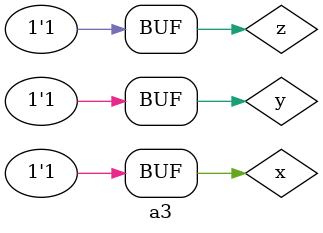
<source format=v>
module SoP (output s, input x, y, z); // mintermos
// m 0 1 2 3 4
assign s = (~x & ~y & z) | (~x & y & ~z) | (x & ~y & z) | (x & y & ~z);
endmodule // SoP

module a3;
reg x, y, z;
wire s;
// instancias
SoP SOP1 (s, x, y, z);
// valores iniciais
initial begin: start
x=1'bx; y=1'bx; z=1'bx;// indefinidos
end
// parte principal
initial begin: main
// identificacao
$display("Soma de Produtos");
// monitoramento
$display(" x  y  z =  SoP(1,2,5,6) ");
$monitor("%2b %2b %2b =  %2b", x, y, z, s);
// sinalizacao
#1 x=0; y=0; z=0;
#1 x=0; y=0; z=1;
#1 x=0; y=1; z=0;
#1 x=0; y=1; z=1;
#1 x=1; y=0; z=0;
#1 x=1; y=0; z=1;
#1 x=1; y=1; z=0;
#1 x=1; y=1; z=1;
end
endmodule // test_module
</source>
